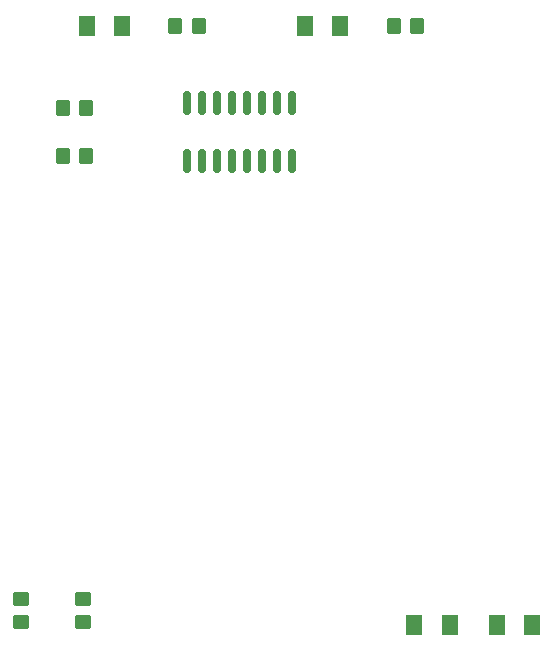
<source format=gbr>
%TF.GenerationSoftware,KiCad,Pcbnew,(6.0.7)*%
%TF.CreationDate,2022-11-19T09:32:58+05:30*%
%TF.ProjectId,ESP32_Drive,45535033-325f-4447-9269-76652e6b6963,rev?*%
%TF.SameCoordinates,Original*%
%TF.FileFunction,Paste,Top*%
%TF.FilePolarity,Positive*%
%FSLAX46Y46*%
G04 Gerber Fmt 4.6, Leading zero omitted, Abs format (unit mm)*
G04 Created by KiCad (PCBNEW (6.0.7)) date 2022-11-19 09:32:58*
%MOMM*%
%LPD*%
G01*
G04 APERTURE LIST*
G04 Aperture macros list*
%AMRoundRect*
0 Rectangle with rounded corners*
0 $1 Rounding radius*
0 $2 $3 $4 $5 $6 $7 $8 $9 X,Y pos of 4 corners*
0 Add a 4 corners polygon primitive as box body*
4,1,4,$2,$3,$4,$5,$6,$7,$8,$9,$2,$3,0*
0 Add four circle primitives for the rounded corners*
1,1,$1+$1,$2,$3*
1,1,$1+$1,$4,$5*
1,1,$1+$1,$6,$7*
1,1,$1+$1,$8,$9*
0 Add four rect primitives between the rounded corners*
20,1,$1+$1,$2,$3,$4,$5,0*
20,1,$1+$1,$4,$5,$6,$7,0*
20,1,$1+$1,$6,$7,$8,$9,0*
20,1,$1+$1,$8,$9,$2,$3,0*%
G04 Aperture macros list end*
%ADD10RoundRect,0.250001X0.462499X0.624999X-0.462499X0.624999X-0.462499X-0.624999X0.462499X-0.624999X0*%
%ADD11RoundRect,0.250000X0.450000X-0.350000X0.450000X0.350000X-0.450000X0.350000X-0.450000X-0.350000X0*%
%ADD12RoundRect,0.250000X0.350000X0.450000X-0.350000X0.450000X-0.350000X-0.450000X0.350000X-0.450000X0*%
%ADD13RoundRect,0.250001X-0.462499X-0.624999X0.462499X-0.624999X0.462499X0.624999X-0.462499X0.624999X0*%
%ADD14RoundRect,0.250000X-0.350000X-0.450000X0.350000X-0.450000X0.350000X0.450000X-0.350000X0.450000X0*%
%ADD15RoundRect,0.150000X0.150000X-0.825000X0.150000X0.825000X-0.150000X0.825000X-0.150000X-0.825000X0*%
G04 APERTURE END LIST*
D10*
%TO.C,D4*%
X108750000Y-145750000D03*
X105775000Y-145750000D03*
%TD*%
%TO.C,D3*%
X101750000Y-145750000D03*
X98775000Y-145750000D03*
%TD*%
D11*
%TO.C,R6*%
X65500000Y-145500000D03*
X65500000Y-143500000D03*
%TD*%
%TO.C,R5*%
X70750000Y-145500000D03*
X70750000Y-143500000D03*
%TD*%
D12*
%TO.C,R4*%
X71000000Y-102000000D03*
X69000000Y-102000000D03*
%TD*%
D13*
%TO.C,D1*%
X71012500Y-95000000D03*
X73987500Y-95000000D03*
%TD*%
D14*
%TO.C,R2*%
X97000000Y-95000000D03*
X99000000Y-95000000D03*
%TD*%
D13*
%TO.C,D2*%
X89512500Y-95000000D03*
X92487500Y-95000000D03*
%TD*%
D12*
%TO.C,R3*%
X71000000Y-106000000D03*
X69000000Y-106000000D03*
%TD*%
D15*
%TO.C,U2*%
X79555000Y-106475000D03*
X80825000Y-106475000D03*
X82095000Y-106475000D03*
X83365000Y-106475000D03*
X84635000Y-106475000D03*
X85905000Y-106475000D03*
X87175000Y-106475000D03*
X88445000Y-106475000D03*
X88445000Y-101525000D03*
X87175000Y-101525000D03*
X85905000Y-101525000D03*
X84635000Y-101525000D03*
X83365000Y-101525000D03*
X82095000Y-101525000D03*
X80825000Y-101525000D03*
X79555000Y-101525000D03*
%TD*%
D14*
%TO.C,R1*%
X78500000Y-95000000D03*
X80500000Y-95000000D03*
%TD*%
M02*

</source>
